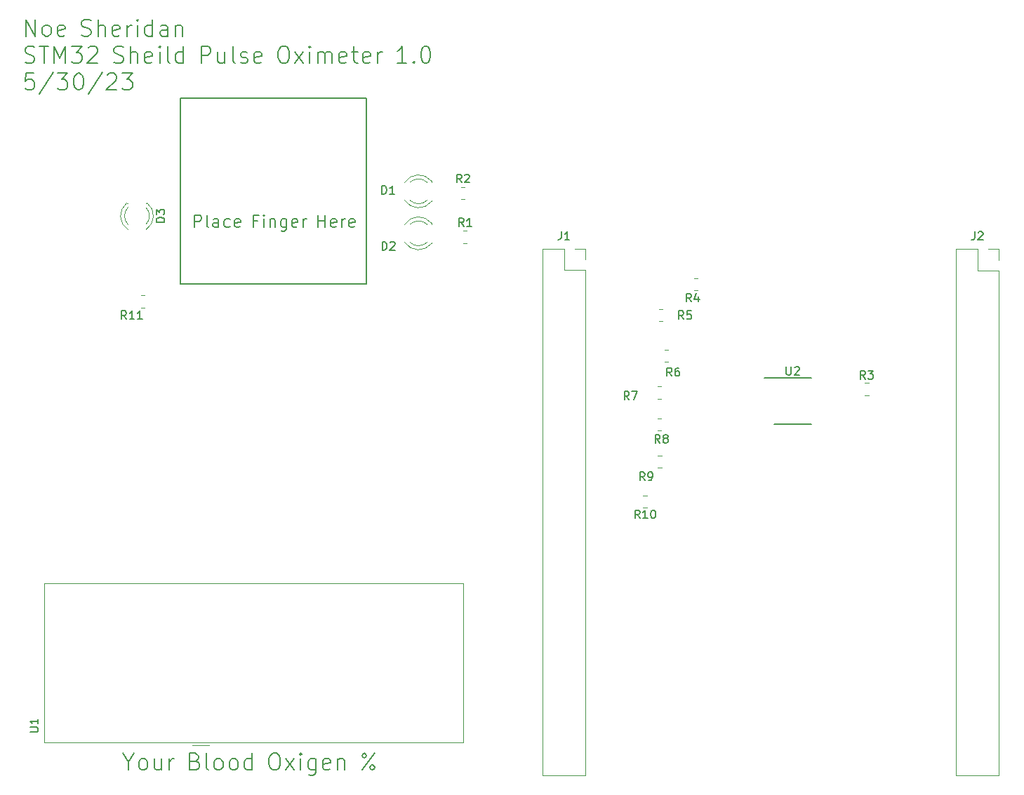
<source format=gbr>
%TF.GenerationSoftware,KiCad,Pcbnew,(7.0.0)*%
%TF.CreationDate,2023-05-31T00:06:15-06:00*%
%TF.ProjectId,Oximeter,4f78696d-6574-4657-922e-6b696361645f,rev?*%
%TF.SameCoordinates,Original*%
%TF.FileFunction,Legend,Top*%
%TF.FilePolarity,Positive*%
%FSLAX46Y46*%
G04 Gerber Fmt 4.6, Leading zero omitted, Abs format (unit mm)*
G04 Created by KiCad (PCBNEW (7.0.0)) date 2023-05-31 00:06:15*
%MOMM*%
%LPD*%
G01*
G04 APERTURE LIST*
%ADD10C,0.150000*%
%ADD11C,0.120000*%
G04 APERTURE END LIST*
D10*
X150282142Y-134637380D02*
X150282142Y-135589761D01*
X149615476Y-133589761D02*
X150282142Y-134637380D01*
X150282142Y-134637380D02*
X150948809Y-133589761D01*
X151901190Y-135589761D02*
X151710714Y-135494523D01*
X151710714Y-135494523D02*
X151615476Y-135399285D01*
X151615476Y-135399285D02*
X151520238Y-135208809D01*
X151520238Y-135208809D02*
X151520238Y-134637380D01*
X151520238Y-134637380D02*
X151615476Y-134446904D01*
X151615476Y-134446904D02*
X151710714Y-134351666D01*
X151710714Y-134351666D02*
X151901190Y-134256428D01*
X151901190Y-134256428D02*
X152186905Y-134256428D01*
X152186905Y-134256428D02*
X152377381Y-134351666D01*
X152377381Y-134351666D02*
X152472619Y-134446904D01*
X152472619Y-134446904D02*
X152567857Y-134637380D01*
X152567857Y-134637380D02*
X152567857Y-135208809D01*
X152567857Y-135208809D02*
X152472619Y-135399285D01*
X152472619Y-135399285D02*
X152377381Y-135494523D01*
X152377381Y-135494523D02*
X152186905Y-135589761D01*
X152186905Y-135589761D02*
X151901190Y-135589761D01*
X154282143Y-134256428D02*
X154282143Y-135589761D01*
X153425000Y-134256428D02*
X153425000Y-135304047D01*
X153425000Y-135304047D02*
X153520238Y-135494523D01*
X153520238Y-135494523D02*
X153710714Y-135589761D01*
X153710714Y-135589761D02*
X153996429Y-135589761D01*
X153996429Y-135589761D02*
X154186905Y-135494523D01*
X154186905Y-135494523D02*
X154282143Y-135399285D01*
X155234524Y-135589761D02*
X155234524Y-134256428D01*
X155234524Y-134637380D02*
X155329762Y-134446904D01*
X155329762Y-134446904D02*
X155425000Y-134351666D01*
X155425000Y-134351666D02*
X155615476Y-134256428D01*
X155615476Y-134256428D02*
X155805953Y-134256428D01*
X158339286Y-134542142D02*
X158625000Y-134637380D01*
X158625000Y-134637380D02*
X158720238Y-134732619D01*
X158720238Y-134732619D02*
X158815476Y-134923095D01*
X158815476Y-134923095D02*
X158815476Y-135208809D01*
X158815476Y-135208809D02*
X158720238Y-135399285D01*
X158720238Y-135399285D02*
X158625000Y-135494523D01*
X158625000Y-135494523D02*
X158434524Y-135589761D01*
X158434524Y-135589761D02*
X157672619Y-135589761D01*
X157672619Y-135589761D02*
X157672619Y-133589761D01*
X157672619Y-133589761D02*
X158339286Y-133589761D01*
X158339286Y-133589761D02*
X158529762Y-133685000D01*
X158529762Y-133685000D02*
X158625000Y-133780238D01*
X158625000Y-133780238D02*
X158720238Y-133970714D01*
X158720238Y-133970714D02*
X158720238Y-134161190D01*
X158720238Y-134161190D02*
X158625000Y-134351666D01*
X158625000Y-134351666D02*
X158529762Y-134446904D01*
X158529762Y-134446904D02*
X158339286Y-134542142D01*
X158339286Y-134542142D02*
X157672619Y-134542142D01*
X159958333Y-135589761D02*
X159767857Y-135494523D01*
X159767857Y-135494523D02*
X159672619Y-135304047D01*
X159672619Y-135304047D02*
X159672619Y-133589761D01*
X161005952Y-135589761D02*
X160815476Y-135494523D01*
X160815476Y-135494523D02*
X160720238Y-135399285D01*
X160720238Y-135399285D02*
X160625000Y-135208809D01*
X160625000Y-135208809D02*
X160625000Y-134637380D01*
X160625000Y-134637380D02*
X160720238Y-134446904D01*
X160720238Y-134446904D02*
X160815476Y-134351666D01*
X160815476Y-134351666D02*
X161005952Y-134256428D01*
X161005952Y-134256428D02*
X161291667Y-134256428D01*
X161291667Y-134256428D02*
X161482143Y-134351666D01*
X161482143Y-134351666D02*
X161577381Y-134446904D01*
X161577381Y-134446904D02*
X161672619Y-134637380D01*
X161672619Y-134637380D02*
X161672619Y-135208809D01*
X161672619Y-135208809D02*
X161577381Y-135399285D01*
X161577381Y-135399285D02*
X161482143Y-135494523D01*
X161482143Y-135494523D02*
X161291667Y-135589761D01*
X161291667Y-135589761D02*
X161005952Y-135589761D01*
X162815476Y-135589761D02*
X162625000Y-135494523D01*
X162625000Y-135494523D02*
X162529762Y-135399285D01*
X162529762Y-135399285D02*
X162434524Y-135208809D01*
X162434524Y-135208809D02*
X162434524Y-134637380D01*
X162434524Y-134637380D02*
X162529762Y-134446904D01*
X162529762Y-134446904D02*
X162625000Y-134351666D01*
X162625000Y-134351666D02*
X162815476Y-134256428D01*
X162815476Y-134256428D02*
X163101191Y-134256428D01*
X163101191Y-134256428D02*
X163291667Y-134351666D01*
X163291667Y-134351666D02*
X163386905Y-134446904D01*
X163386905Y-134446904D02*
X163482143Y-134637380D01*
X163482143Y-134637380D02*
X163482143Y-135208809D01*
X163482143Y-135208809D02*
X163386905Y-135399285D01*
X163386905Y-135399285D02*
X163291667Y-135494523D01*
X163291667Y-135494523D02*
X163101191Y-135589761D01*
X163101191Y-135589761D02*
X162815476Y-135589761D01*
X165196429Y-135589761D02*
X165196429Y-133589761D01*
X165196429Y-135494523D02*
X165005953Y-135589761D01*
X165005953Y-135589761D02*
X164625000Y-135589761D01*
X164625000Y-135589761D02*
X164434524Y-135494523D01*
X164434524Y-135494523D02*
X164339286Y-135399285D01*
X164339286Y-135399285D02*
X164244048Y-135208809D01*
X164244048Y-135208809D02*
X164244048Y-134637380D01*
X164244048Y-134637380D02*
X164339286Y-134446904D01*
X164339286Y-134446904D02*
X164434524Y-134351666D01*
X164434524Y-134351666D02*
X164625000Y-134256428D01*
X164625000Y-134256428D02*
X165005953Y-134256428D01*
X165005953Y-134256428D02*
X165196429Y-134351666D01*
X167729762Y-133589761D02*
X168110715Y-133589761D01*
X168110715Y-133589761D02*
X168301191Y-133685000D01*
X168301191Y-133685000D02*
X168491667Y-133875476D01*
X168491667Y-133875476D02*
X168586905Y-134256428D01*
X168586905Y-134256428D02*
X168586905Y-134923095D01*
X168586905Y-134923095D02*
X168491667Y-135304047D01*
X168491667Y-135304047D02*
X168301191Y-135494523D01*
X168301191Y-135494523D02*
X168110715Y-135589761D01*
X168110715Y-135589761D02*
X167729762Y-135589761D01*
X167729762Y-135589761D02*
X167539286Y-135494523D01*
X167539286Y-135494523D02*
X167348810Y-135304047D01*
X167348810Y-135304047D02*
X167253572Y-134923095D01*
X167253572Y-134923095D02*
X167253572Y-134256428D01*
X167253572Y-134256428D02*
X167348810Y-133875476D01*
X167348810Y-133875476D02*
X167539286Y-133685000D01*
X167539286Y-133685000D02*
X167729762Y-133589761D01*
X169253572Y-135589761D02*
X170301191Y-134256428D01*
X169253572Y-134256428D02*
X170301191Y-135589761D01*
X171063096Y-135589761D02*
X171063096Y-134256428D01*
X171063096Y-133589761D02*
X170967858Y-133685000D01*
X170967858Y-133685000D02*
X171063096Y-133780238D01*
X171063096Y-133780238D02*
X171158334Y-133685000D01*
X171158334Y-133685000D02*
X171063096Y-133589761D01*
X171063096Y-133589761D02*
X171063096Y-133780238D01*
X172872620Y-134256428D02*
X172872620Y-135875476D01*
X172872620Y-135875476D02*
X172777382Y-136065952D01*
X172777382Y-136065952D02*
X172682144Y-136161190D01*
X172682144Y-136161190D02*
X172491667Y-136256428D01*
X172491667Y-136256428D02*
X172205953Y-136256428D01*
X172205953Y-136256428D02*
X172015477Y-136161190D01*
X172872620Y-135494523D02*
X172682144Y-135589761D01*
X172682144Y-135589761D02*
X172301191Y-135589761D01*
X172301191Y-135589761D02*
X172110715Y-135494523D01*
X172110715Y-135494523D02*
X172015477Y-135399285D01*
X172015477Y-135399285D02*
X171920239Y-135208809D01*
X171920239Y-135208809D02*
X171920239Y-134637380D01*
X171920239Y-134637380D02*
X172015477Y-134446904D01*
X172015477Y-134446904D02*
X172110715Y-134351666D01*
X172110715Y-134351666D02*
X172301191Y-134256428D01*
X172301191Y-134256428D02*
X172682144Y-134256428D01*
X172682144Y-134256428D02*
X172872620Y-134351666D01*
X174586906Y-135494523D02*
X174396430Y-135589761D01*
X174396430Y-135589761D02*
X174015477Y-135589761D01*
X174015477Y-135589761D02*
X173825001Y-135494523D01*
X173825001Y-135494523D02*
X173729763Y-135304047D01*
X173729763Y-135304047D02*
X173729763Y-134542142D01*
X173729763Y-134542142D02*
X173825001Y-134351666D01*
X173825001Y-134351666D02*
X174015477Y-134256428D01*
X174015477Y-134256428D02*
X174396430Y-134256428D01*
X174396430Y-134256428D02*
X174586906Y-134351666D01*
X174586906Y-134351666D02*
X174682144Y-134542142D01*
X174682144Y-134542142D02*
X174682144Y-134732619D01*
X174682144Y-134732619D02*
X173729763Y-134923095D01*
X175539287Y-134256428D02*
X175539287Y-135589761D01*
X175539287Y-134446904D02*
X175634525Y-134351666D01*
X175634525Y-134351666D02*
X175825001Y-134256428D01*
X175825001Y-134256428D02*
X176110716Y-134256428D01*
X176110716Y-134256428D02*
X176301192Y-134351666D01*
X176301192Y-134351666D02*
X176396430Y-134542142D01*
X176396430Y-134542142D02*
X176396430Y-135589761D01*
X178453573Y-135589761D02*
X179977382Y-133589761D01*
X178739287Y-133589761D02*
X178929763Y-133685000D01*
X178929763Y-133685000D02*
X179025001Y-133875476D01*
X179025001Y-133875476D02*
X178929763Y-134065952D01*
X178929763Y-134065952D02*
X178739287Y-134161190D01*
X178739287Y-134161190D02*
X178548811Y-134065952D01*
X178548811Y-134065952D02*
X178453573Y-133875476D01*
X178453573Y-133875476D02*
X178548811Y-133685000D01*
X178548811Y-133685000D02*
X178739287Y-133589761D01*
X179882144Y-135494523D02*
X179977382Y-135304047D01*
X179977382Y-135304047D02*
X179882144Y-135113571D01*
X179882144Y-135113571D02*
X179691668Y-135018333D01*
X179691668Y-135018333D02*
X179501192Y-135113571D01*
X179501192Y-135113571D02*
X179405954Y-135304047D01*
X179405954Y-135304047D02*
X179501192Y-135494523D01*
X179501192Y-135494523D02*
X179691668Y-135589761D01*
X179691668Y-135589761D02*
X179882144Y-135494523D01*
X137901190Y-46984761D02*
X137901190Y-44984761D01*
X137901190Y-44984761D02*
X139044047Y-46984761D01*
X139044047Y-46984761D02*
X139044047Y-44984761D01*
X140282142Y-46984761D02*
X140091666Y-46889523D01*
X140091666Y-46889523D02*
X139996428Y-46794285D01*
X139996428Y-46794285D02*
X139901190Y-46603809D01*
X139901190Y-46603809D02*
X139901190Y-46032380D01*
X139901190Y-46032380D02*
X139996428Y-45841904D01*
X139996428Y-45841904D02*
X140091666Y-45746666D01*
X140091666Y-45746666D02*
X140282142Y-45651428D01*
X140282142Y-45651428D02*
X140567857Y-45651428D01*
X140567857Y-45651428D02*
X140758333Y-45746666D01*
X140758333Y-45746666D02*
X140853571Y-45841904D01*
X140853571Y-45841904D02*
X140948809Y-46032380D01*
X140948809Y-46032380D02*
X140948809Y-46603809D01*
X140948809Y-46603809D02*
X140853571Y-46794285D01*
X140853571Y-46794285D02*
X140758333Y-46889523D01*
X140758333Y-46889523D02*
X140567857Y-46984761D01*
X140567857Y-46984761D02*
X140282142Y-46984761D01*
X142567857Y-46889523D02*
X142377381Y-46984761D01*
X142377381Y-46984761D02*
X141996428Y-46984761D01*
X141996428Y-46984761D02*
X141805952Y-46889523D01*
X141805952Y-46889523D02*
X141710714Y-46699047D01*
X141710714Y-46699047D02*
X141710714Y-45937142D01*
X141710714Y-45937142D02*
X141805952Y-45746666D01*
X141805952Y-45746666D02*
X141996428Y-45651428D01*
X141996428Y-45651428D02*
X142377381Y-45651428D01*
X142377381Y-45651428D02*
X142567857Y-45746666D01*
X142567857Y-45746666D02*
X142663095Y-45937142D01*
X142663095Y-45937142D02*
X142663095Y-46127619D01*
X142663095Y-46127619D02*
X141710714Y-46318095D01*
X144625000Y-46889523D02*
X144910714Y-46984761D01*
X144910714Y-46984761D02*
X145386905Y-46984761D01*
X145386905Y-46984761D02*
X145577381Y-46889523D01*
X145577381Y-46889523D02*
X145672619Y-46794285D01*
X145672619Y-46794285D02*
X145767857Y-46603809D01*
X145767857Y-46603809D02*
X145767857Y-46413333D01*
X145767857Y-46413333D02*
X145672619Y-46222857D01*
X145672619Y-46222857D02*
X145577381Y-46127619D01*
X145577381Y-46127619D02*
X145386905Y-46032380D01*
X145386905Y-46032380D02*
X145005952Y-45937142D01*
X145005952Y-45937142D02*
X144815476Y-45841904D01*
X144815476Y-45841904D02*
X144720238Y-45746666D01*
X144720238Y-45746666D02*
X144625000Y-45556190D01*
X144625000Y-45556190D02*
X144625000Y-45365714D01*
X144625000Y-45365714D02*
X144720238Y-45175238D01*
X144720238Y-45175238D02*
X144815476Y-45080000D01*
X144815476Y-45080000D02*
X145005952Y-44984761D01*
X145005952Y-44984761D02*
X145482143Y-44984761D01*
X145482143Y-44984761D02*
X145767857Y-45080000D01*
X146625000Y-46984761D02*
X146625000Y-44984761D01*
X147482143Y-46984761D02*
X147482143Y-45937142D01*
X147482143Y-45937142D02*
X147386905Y-45746666D01*
X147386905Y-45746666D02*
X147196429Y-45651428D01*
X147196429Y-45651428D02*
X146910714Y-45651428D01*
X146910714Y-45651428D02*
X146720238Y-45746666D01*
X146720238Y-45746666D02*
X146625000Y-45841904D01*
X149196429Y-46889523D02*
X149005953Y-46984761D01*
X149005953Y-46984761D02*
X148625000Y-46984761D01*
X148625000Y-46984761D02*
X148434524Y-46889523D01*
X148434524Y-46889523D02*
X148339286Y-46699047D01*
X148339286Y-46699047D02*
X148339286Y-45937142D01*
X148339286Y-45937142D02*
X148434524Y-45746666D01*
X148434524Y-45746666D02*
X148625000Y-45651428D01*
X148625000Y-45651428D02*
X149005953Y-45651428D01*
X149005953Y-45651428D02*
X149196429Y-45746666D01*
X149196429Y-45746666D02*
X149291667Y-45937142D01*
X149291667Y-45937142D02*
X149291667Y-46127619D01*
X149291667Y-46127619D02*
X148339286Y-46318095D01*
X150148810Y-46984761D02*
X150148810Y-45651428D01*
X150148810Y-46032380D02*
X150244048Y-45841904D01*
X150244048Y-45841904D02*
X150339286Y-45746666D01*
X150339286Y-45746666D02*
X150529762Y-45651428D01*
X150529762Y-45651428D02*
X150720239Y-45651428D01*
X151386905Y-46984761D02*
X151386905Y-45651428D01*
X151386905Y-44984761D02*
X151291667Y-45080000D01*
X151291667Y-45080000D02*
X151386905Y-45175238D01*
X151386905Y-45175238D02*
X151482143Y-45080000D01*
X151482143Y-45080000D02*
X151386905Y-44984761D01*
X151386905Y-44984761D02*
X151386905Y-45175238D01*
X153196429Y-46984761D02*
X153196429Y-44984761D01*
X153196429Y-46889523D02*
X153005953Y-46984761D01*
X153005953Y-46984761D02*
X152625000Y-46984761D01*
X152625000Y-46984761D02*
X152434524Y-46889523D01*
X152434524Y-46889523D02*
X152339286Y-46794285D01*
X152339286Y-46794285D02*
X152244048Y-46603809D01*
X152244048Y-46603809D02*
X152244048Y-46032380D01*
X152244048Y-46032380D02*
X152339286Y-45841904D01*
X152339286Y-45841904D02*
X152434524Y-45746666D01*
X152434524Y-45746666D02*
X152625000Y-45651428D01*
X152625000Y-45651428D02*
X153005953Y-45651428D01*
X153005953Y-45651428D02*
X153196429Y-45746666D01*
X155005953Y-46984761D02*
X155005953Y-45937142D01*
X155005953Y-45937142D02*
X154910715Y-45746666D01*
X154910715Y-45746666D02*
X154720239Y-45651428D01*
X154720239Y-45651428D02*
X154339286Y-45651428D01*
X154339286Y-45651428D02*
X154148810Y-45746666D01*
X155005953Y-46889523D02*
X154815477Y-46984761D01*
X154815477Y-46984761D02*
X154339286Y-46984761D01*
X154339286Y-46984761D02*
X154148810Y-46889523D01*
X154148810Y-46889523D02*
X154053572Y-46699047D01*
X154053572Y-46699047D02*
X154053572Y-46508571D01*
X154053572Y-46508571D02*
X154148810Y-46318095D01*
X154148810Y-46318095D02*
X154339286Y-46222857D01*
X154339286Y-46222857D02*
X154815477Y-46222857D01*
X154815477Y-46222857D02*
X155005953Y-46127619D01*
X155958334Y-45651428D02*
X155958334Y-46984761D01*
X155958334Y-45841904D02*
X156053572Y-45746666D01*
X156053572Y-45746666D02*
X156244048Y-45651428D01*
X156244048Y-45651428D02*
X156529763Y-45651428D01*
X156529763Y-45651428D02*
X156720239Y-45746666D01*
X156720239Y-45746666D02*
X156815477Y-45937142D01*
X156815477Y-45937142D02*
X156815477Y-46984761D01*
X137805952Y-50129523D02*
X138091666Y-50224761D01*
X138091666Y-50224761D02*
X138567857Y-50224761D01*
X138567857Y-50224761D02*
X138758333Y-50129523D01*
X138758333Y-50129523D02*
X138853571Y-50034285D01*
X138853571Y-50034285D02*
X138948809Y-49843809D01*
X138948809Y-49843809D02*
X138948809Y-49653333D01*
X138948809Y-49653333D02*
X138853571Y-49462857D01*
X138853571Y-49462857D02*
X138758333Y-49367619D01*
X138758333Y-49367619D02*
X138567857Y-49272380D01*
X138567857Y-49272380D02*
X138186904Y-49177142D01*
X138186904Y-49177142D02*
X137996428Y-49081904D01*
X137996428Y-49081904D02*
X137901190Y-48986666D01*
X137901190Y-48986666D02*
X137805952Y-48796190D01*
X137805952Y-48796190D02*
X137805952Y-48605714D01*
X137805952Y-48605714D02*
X137901190Y-48415238D01*
X137901190Y-48415238D02*
X137996428Y-48320000D01*
X137996428Y-48320000D02*
X138186904Y-48224761D01*
X138186904Y-48224761D02*
X138663095Y-48224761D01*
X138663095Y-48224761D02*
X138948809Y-48320000D01*
X139520238Y-48224761D02*
X140663095Y-48224761D01*
X140091666Y-50224761D02*
X140091666Y-48224761D01*
X141329762Y-50224761D02*
X141329762Y-48224761D01*
X141329762Y-48224761D02*
X141996429Y-49653333D01*
X141996429Y-49653333D02*
X142663095Y-48224761D01*
X142663095Y-48224761D02*
X142663095Y-50224761D01*
X143425000Y-48224761D02*
X144663095Y-48224761D01*
X144663095Y-48224761D02*
X143996428Y-48986666D01*
X143996428Y-48986666D02*
X144282143Y-48986666D01*
X144282143Y-48986666D02*
X144472619Y-49081904D01*
X144472619Y-49081904D02*
X144567857Y-49177142D01*
X144567857Y-49177142D02*
X144663095Y-49367619D01*
X144663095Y-49367619D02*
X144663095Y-49843809D01*
X144663095Y-49843809D02*
X144567857Y-50034285D01*
X144567857Y-50034285D02*
X144472619Y-50129523D01*
X144472619Y-50129523D02*
X144282143Y-50224761D01*
X144282143Y-50224761D02*
X143710714Y-50224761D01*
X143710714Y-50224761D02*
X143520238Y-50129523D01*
X143520238Y-50129523D02*
X143425000Y-50034285D01*
X145425000Y-48415238D02*
X145520238Y-48320000D01*
X145520238Y-48320000D02*
X145710714Y-48224761D01*
X145710714Y-48224761D02*
X146186905Y-48224761D01*
X146186905Y-48224761D02*
X146377381Y-48320000D01*
X146377381Y-48320000D02*
X146472619Y-48415238D01*
X146472619Y-48415238D02*
X146567857Y-48605714D01*
X146567857Y-48605714D02*
X146567857Y-48796190D01*
X146567857Y-48796190D02*
X146472619Y-49081904D01*
X146472619Y-49081904D02*
X145329762Y-50224761D01*
X145329762Y-50224761D02*
X146567857Y-50224761D01*
X148529762Y-50129523D02*
X148815476Y-50224761D01*
X148815476Y-50224761D02*
X149291667Y-50224761D01*
X149291667Y-50224761D02*
X149482143Y-50129523D01*
X149482143Y-50129523D02*
X149577381Y-50034285D01*
X149577381Y-50034285D02*
X149672619Y-49843809D01*
X149672619Y-49843809D02*
X149672619Y-49653333D01*
X149672619Y-49653333D02*
X149577381Y-49462857D01*
X149577381Y-49462857D02*
X149482143Y-49367619D01*
X149482143Y-49367619D02*
X149291667Y-49272380D01*
X149291667Y-49272380D02*
X148910714Y-49177142D01*
X148910714Y-49177142D02*
X148720238Y-49081904D01*
X148720238Y-49081904D02*
X148625000Y-48986666D01*
X148625000Y-48986666D02*
X148529762Y-48796190D01*
X148529762Y-48796190D02*
X148529762Y-48605714D01*
X148529762Y-48605714D02*
X148625000Y-48415238D01*
X148625000Y-48415238D02*
X148720238Y-48320000D01*
X148720238Y-48320000D02*
X148910714Y-48224761D01*
X148910714Y-48224761D02*
X149386905Y-48224761D01*
X149386905Y-48224761D02*
X149672619Y-48320000D01*
X150529762Y-50224761D02*
X150529762Y-48224761D01*
X151386905Y-50224761D02*
X151386905Y-49177142D01*
X151386905Y-49177142D02*
X151291667Y-48986666D01*
X151291667Y-48986666D02*
X151101191Y-48891428D01*
X151101191Y-48891428D02*
X150815476Y-48891428D01*
X150815476Y-48891428D02*
X150625000Y-48986666D01*
X150625000Y-48986666D02*
X150529762Y-49081904D01*
X153101191Y-50129523D02*
X152910715Y-50224761D01*
X152910715Y-50224761D02*
X152529762Y-50224761D01*
X152529762Y-50224761D02*
X152339286Y-50129523D01*
X152339286Y-50129523D02*
X152244048Y-49939047D01*
X152244048Y-49939047D02*
X152244048Y-49177142D01*
X152244048Y-49177142D02*
X152339286Y-48986666D01*
X152339286Y-48986666D02*
X152529762Y-48891428D01*
X152529762Y-48891428D02*
X152910715Y-48891428D01*
X152910715Y-48891428D02*
X153101191Y-48986666D01*
X153101191Y-48986666D02*
X153196429Y-49177142D01*
X153196429Y-49177142D02*
X153196429Y-49367619D01*
X153196429Y-49367619D02*
X152244048Y-49558095D01*
X154053572Y-50224761D02*
X154053572Y-48891428D01*
X154053572Y-48224761D02*
X153958334Y-48320000D01*
X153958334Y-48320000D02*
X154053572Y-48415238D01*
X154053572Y-48415238D02*
X154148810Y-48320000D01*
X154148810Y-48320000D02*
X154053572Y-48224761D01*
X154053572Y-48224761D02*
X154053572Y-48415238D01*
X155291667Y-50224761D02*
X155101191Y-50129523D01*
X155101191Y-50129523D02*
X155005953Y-49939047D01*
X155005953Y-49939047D02*
X155005953Y-48224761D01*
X156910715Y-50224761D02*
X156910715Y-48224761D01*
X156910715Y-50129523D02*
X156720239Y-50224761D01*
X156720239Y-50224761D02*
X156339286Y-50224761D01*
X156339286Y-50224761D02*
X156148810Y-50129523D01*
X156148810Y-50129523D02*
X156053572Y-50034285D01*
X156053572Y-50034285D02*
X155958334Y-49843809D01*
X155958334Y-49843809D02*
X155958334Y-49272380D01*
X155958334Y-49272380D02*
X156053572Y-49081904D01*
X156053572Y-49081904D02*
X156148810Y-48986666D01*
X156148810Y-48986666D02*
X156339286Y-48891428D01*
X156339286Y-48891428D02*
X156720239Y-48891428D01*
X156720239Y-48891428D02*
X156910715Y-48986666D01*
X159063096Y-50224761D02*
X159063096Y-48224761D01*
X159063096Y-48224761D02*
X159825001Y-48224761D01*
X159825001Y-48224761D02*
X160015477Y-48320000D01*
X160015477Y-48320000D02*
X160110715Y-48415238D01*
X160110715Y-48415238D02*
X160205953Y-48605714D01*
X160205953Y-48605714D02*
X160205953Y-48891428D01*
X160205953Y-48891428D02*
X160110715Y-49081904D01*
X160110715Y-49081904D02*
X160015477Y-49177142D01*
X160015477Y-49177142D02*
X159825001Y-49272380D01*
X159825001Y-49272380D02*
X159063096Y-49272380D01*
X161920239Y-48891428D02*
X161920239Y-50224761D01*
X161063096Y-48891428D02*
X161063096Y-49939047D01*
X161063096Y-49939047D02*
X161158334Y-50129523D01*
X161158334Y-50129523D02*
X161348810Y-50224761D01*
X161348810Y-50224761D02*
X161634525Y-50224761D01*
X161634525Y-50224761D02*
X161825001Y-50129523D01*
X161825001Y-50129523D02*
X161920239Y-50034285D01*
X163158334Y-50224761D02*
X162967858Y-50129523D01*
X162967858Y-50129523D02*
X162872620Y-49939047D01*
X162872620Y-49939047D02*
X162872620Y-48224761D01*
X163825001Y-50129523D02*
X164015477Y-50224761D01*
X164015477Y-50224761D02*
X164396429Y-50224761D01*
X164396429Y-50224761D02*
X164586906Y-50129523D01*
X164586906Y-50129523D02*
X164682144Y-49939047D01*
X164682144Y-49939047D02*
X164682144Y-49843809D01*
X164682144Y-49843809D02*
X164586906Y-49653333D01*
X164586906Y-49653333D02*
X164396429Y-49558095D01*
X164396429Y-49558095D02*
X164110715Y-49558095D01*
X164110715Y-49558095D02*
X163920239Y-49462857D01*
X163920239Y-49462857D02*
X163825001Y-49272380D01*
X163825001Y-49272380D02*
X163825001Y-49177142D01*
X163825001Y-49177142D02*
X163920239Y-48986666D01*
X163920239Y-48986666D02*
X164110715Y-48891428D01*
X164110715Y-48891428D02*
X164396429Y-48891428D01*
X164396429Y-48891428D02*
X164586906Y-48986666D01*
X166301192Y-50129523D02*
X166110716Y-50224761D01*
X166110716Y-50224761D02*
X165729763Y-50224761D01*
X165729763Y-50224761D02*
X165539287Y-50129523D01*
X165539287Y-50129523D02*
X165444049Y-49939047D01*
X165444049Y-49939047D02*
X165444049Y-49177142D01*
X165444049Y-49177142D02*
X165539287Y-48986666D01*
X165539287Y-48986666D02*
X165729763Y-48891428D01*
X165729763Y-48891428D02*
X166110716Y-48891428D01*
X166110716Y-48891428D02*
X166301192Y-48986666D01*
X166301192Y-48986666D02*
X166396430Y-49177142D01*
X166396430Y-49177142D02*
X166396430Y-49367619D01*
X166396430Y-49367619D02*
X165444049Y-49558095D01*
X168834525Y-48224761D02*
X169215478Y-48224761D01*
X169215478Y-48224761D02*
X169405954Y-48320000D01*
X169405954Y-48320000D02*
X169596430Y-48510476D01*
X169596430Y-48510476D02*
X169691668Y-48891428D01*
X169691668Y-48891428D02*
X169691668Y-49558095D01*
X169691668Y-49558095D02*
X169596430Y-49939047D01*
X169596430Y-49939047D02*
X169405954Y-50129523D01*
X169405954Y-50129523D02*
X169215478Y-50224761D01*
X169215478Y-50224761D02*
X168834525Y-50224761D01*
X168834525Y-50224761D02*
X168644049Y-50129523D01*
X168644049Y-50129523D02*
X168453573Y-49939047D01*
X168453573Y-49939047D02*
X168358335Y-49558095D01*
X168358335Y-49558095D02*
X168358335Y-48891428D01*
X168358335Y-48891428D02*
X168453573Y-48510476D01*
X168453573Y-48510476D02*
X168644049Y-48320000D01*
X168644049Y-48320000D02*
X168834525Y-48224761D01*
X170358335Y-50224761D02*
X171405954Y-48891428D01*
X170358335Y-48891428D02*
X171405954Y-50224761D01*
X172167859Y-50224761D02*
X172167859Y-48891428D01*
X172167859Y-48224761D02*
X172072621Y-48320000D01*
X172072621Y-48320000D02*
X172167859Y-48415238D01*
X172167859Y-48415238D02*
X172263097Y-48320000D01*
X172263097Y-48320000D02*
X172167859Y-48224761D01*
X172167859Y-48224761D02*
X172167859Y-48415238D01*
X173120240Y-50224761D02*
X173120240Y-48891428D01*
X173120240Y-49081904D02*
X173215478Y-48986666D01*
X173215478Y-48986666D02*
X173405954Y-48891428D01*
X173405954Y-48891428D02*
X173691669Y-48891428D01*
X173691669Y-48891428D02*
X173882145Y-48986666D01*
X173882145Y-48986666D02*
X173977383Y-49177142D01*
X173977383Y-49177142D02*
X173977383Y-50224761D01*
X173977383Y-49177142D02*
X174072621Y-48986666D01*
X174072621Y-48986666D02*
X174263097Y-48891428D01*
X174263097Y-48891428D02*
X174548811Y-48891428D01*
X174548811Y-48891428D02*
X174739288Y-48986666D01*
X174739288Y-48986666D02*
X174834526Y-49177142D01*
X174834526Y-49177142D02*
X174834526Y-50224761D01*
X176548812Y-50129523D02*
X176358336Y-50224761D01*
X176358336Y-50224761D02*
X175977383Y-50224761D01*
X175977383Y-50224761D02*
X175786907Y-50129523D01*
X175786907Y-50129523D02*
X175691669Y-49939047D01*
X175691669Y-49939047D02*
X175691669Y-49177142D01*
X175691669Y-49177142D02*
X175786907Y-48986666D01*
X175786907Y-48986666D02*
X175977383Y-48891428D01*
X175977383Y-48891428D02*
X176358336Y-48891428D01*
X176358336Y-48891428D02*
X176548812Y-48986666D01*
X176548812Y-48986666D02*
X176644050Y-49177142D01*
X176644050Y-49177142D02*
X176644050Y-49367619D01*
X176644050Y-49367619D02*
X175691669Y-49558095D01*
X177215479Y-48891428D02*
X177977383Y-48891428D01*
X177501193Y-48224761D02*
X177501193Y-49939047D01*
X177501193Y-49939047D02*
X177596431Y-50129523D01*
X177596431Y-50129523D02*
X177786907Y-50224761D01*
X177786907Y-50224761D02*
X177977383Y-50224761D01*
X179405955Y-50129523D02*
X179215479Y-50224761D01*
X179215479Y-50224761D02*
X178834526Y-50224761D01*
X178834526Y-50224761D02*
X178644050Y-50129523D01*
X178644050Y-50129523D02*
X178548812Y-49939047D01*
X178548812Y-49939047D02*
X178548812Y-49177142D01*
X178548812Y-49177142D02*
X178644050Y-48986666D01*
X178644050Y-48986666D02*
X178834526Y-48891428D01*
X178834526Y-48891428D02*
X179215479Y-48891428D01*
X179215479Y-48891428D02*
X179405955Y-48986666D01*
X179405955Y-48986666D02*
X179501193Y-49177142D01*
X179501193Y-49177142D02*
X179501193Y-49367619D01*
X179501193Y-49367619D02*
X178548812Y-49558095D01*
X180358336Y-50224761D02*
X180358336Y-48891428D01*
X180358336Y-49272380D02*
X180453574Y-49081904D01*
X180453574Y-49081904D02*
X180548812Y-48986666D01*
X180548812Y-48986666D02*
X180739288Y-48891428D01*
X180739288Y-48891428D02*
X180929765Y-48891428D01*
X183844050Y-50224761D02*
X182701193Y-50224761D01*
X183272621Y-50224761D02*
X183272621Y-48224761D01*
X183272621Y-48224761D02*
X183082145Y-48510476D01*
X183082145Y-48510476D02*
X182891669Y-48700952D01*
X182891669Y-48700952D02*
X182701193Y-48796190D01*
X184701193Y-50034285D02*
X184796431Y-50129523D01*
X184796431Y-50129523D02*
X184701193Y-50224761D01*
X184701193Y-50224761D02*
X184605955Y-50129523D01*
X184605955Y-50129523D02*
X184701193Y-50034285D01*
X184701193Y-50034285D02*
X184701193Y-50224761D01*
X186034526Y-48224761D02*
X186225003Y-48224761D01*
X186225003Y-48224761D02*
X186415479Y-48320000D01*
X186415479Y-48320000D02*
X186510717Y-48415238D01*
X186510717Y-48415238D02*
X186605955Y-48605714D01*
X186605955Y-48605714D02*
X186701193Y-48986666D01*
X186701193Y-48986666D02*
X186701193Y-49462857D01*
X186701193Y-49462857D02*
X186605955Y-49843809D01*
X186605955Y-49843809D02*
X186510717Y-50034285D01*
X186510717Y-50034285D02*
X186415479Y-50129523D01*
X186415479Y-50129523D02*
X186225003Y-50224761D01*
X186225003Y-50224761D02*
X186034526Y-50224761D01*
X186034526Y-50224761D02*
X185844050Y-50129523D01*
X185844050Y-50129523D02*
X185748812Y-50034285D01*
X185748812Y-50034285D02*
X185653574Y-49843809D01*
X185653574Y-49843809D02*
X185558336Y-49462857D01*
X185558336Y-49462857D02*
X185558336Y-48986666D01*
X185558336Y-48986666D02*
X185653574Y-48605714D01*
X185653574Y-48605714D02*
X185748812Y-48415238D01*
X185748812Y-48415238D02*
X185844050Y-48320000D01*
X185844050Y-48320000D02*
X186034526Y-48224761D01*
X138853571Y-51464761D02*
X137901190Y-51464761D01*
X137901190Y-51464761D02*
X137805952Y-52417142D01*
X137805952Y-52417142D02*
X137901190Y-52321904D01*
X137901190Y-52321904D02*
X138091666Y-52226666D01*
X138091666Y-52226666D02*
X138567857Y-52226666D01*
X138567857Y-52226666D02*
X138758333Y-52321904D01*
X138758333Y-52321904D02*
X138853571Y-52417142D01*
X138853571Y-52417142D02*
X138948809Y-52607619D01*
X138948809Y-52607619D02*
X138948809Y-53083809D01*
X138948809Y-53083809D02*
X138853571Y-53274285D01*
X138853571Y-53274285D02*
X138758333Y-53369523D01*
X138758333Y-53369523D02*
X138567857Y-53464761D01*
X138567857Y-53464761D02*
X138091666Y-53464761D01*
X138091666Y-53464761D02*
X137901190Y-53369523D01*
X137901190Y-53369523D02*
X137805952Y-53274285D01*
X141234523Y-51369523D02*
X139520238Y-53940952D01*
X141710714Y-51464761D02*
X142948809Y-51464761D01*
X142948809Y-51464761D02*
X142282142Y-52226666D01*
X142282142Y-52226666D02*
X142567857Y-52226666D01*
X142567857Y-52226666D02*
X142758333Y-52321904D01*
X142758333Y-52321904D02*
X142853571Y-52417142D01*
X142853571Y-52417142D02*
X142948809Y-52607619D01*
X142948809Y-52607619D02*
X142948809Y-53083809D01*
X142948809Y-53083809D02*
X142853571Y-53274285D01*
X142853571Y-53274285D02*
X142758333Y-53369523D01*
X142758333Y-53369523D02*
X142567857Y-53464761D01*
X142567857Y-53464761D02*
X141996428Y-53464761D01*
X141996428Y-53464761D02*
X141805952Y-53369523D01*
X141805952Y-53369523D02*
X141710714Y-53274285D01*
X144186904Y-51464761D02*
X144377381Y-51464761D01*
X144377381Y-51464761D02*
X144567857Y-51560000D01*
X144567857Y-51560000D02*
X144663095Y-51655238D01*
X144663095Y-51655238D02*
X144758333Y-51845714D01*
X144758333Y-51845714D02*
X144853571Y-52226666D01*
X144853571Y-52226666D02*
X144853571Y-52702857D01*
X144853571Y-52702857D02*
X144758333Y-53083809D01*
X144758333Y-53083809D02*
X144663095Y-53274285D01*
X144663095Y-53274285D02*
X144567857Y-53369523D01*
X144567857Y-53369523D02*
X144377381Y-53464761D01*
X144377381Y-53464761D02*
X144186904Y-53464761D01*
X144186904Y-53464761D02*
X143996428Y-53369523D01*
X143996428Y-53369523D02*
X143901190Y-53274285D01*
X143901190Y-53274285D02*
X143805952Y-53083809D01*
X143805952Y-53083809D02*
X143710714Y-52702857D01*
X143710714Y-52702857D02*
X143710714Y-52226666D01*
X143710714Y-52226666D02*
X143805952Y-51845714D01*
X143805952Y-51845714D02*
X143901190Y-51655238D01*
X143901190Y-51655238D02*
X143996428Y-51560000D01*
X143996428Y-51560000D02*
X144186904Y-51464761D01*
X147139285Y-51369523D02*
X145425000Y-53940952D01*
X147710714Y-51655238D02*
X147805952Y-51560000D01*
X147805952Y-51560000D02*
X147996428Y-51464761D01*
X147996428Y-51464761D02*
X148472619Y-51464761D01*
X148472619Y-51464761D02*
X148663095Y-51560000D01*
X148663095Y-51560000D02*
X148758333Y-51655238D01*
X148758333Y-51655238D02*
X148853571Y-51845714D01*
X148853571Y-51845714D02*
X148853571Y-52036190D01*
X148853571Y-52036190D02*
X148758333Y-52321904D01*
X148758333Y-52321904D02*
X147615476Y-53464761D01*
X147615476Y-53464761D02*
X148853571Y-53464761D01*
X149520238Y-51464761D02*
X150758333Y-51464761D01*
X150758333Y-51464761D02*
X150091666Y-52226666D01*
X150091666Y-52226666D02*
X150377381Y-52226666D01*
X150377381Y-52226666D02*
X150567857Y-52321904D01*
X150567857Y-52321904D02*
X150663095Y-52417142D01*
X150663095Y-52417142D02*
X150758333Y-52607619D01*
X150758333Y-52607619D02*
X150758333Y-53083809D01*
X150758333Y-53083809D02*
X150663095Y-53274285D01*
X150663095Y-53274285D02*
X150567857Y-53369523D01*
X150567857Y-53369523D02*
X150377381Y-53464761D01*
X150377381Y-53464761D02*
X149805952Y-53464761D01*
X149805952Y-53464761D02*
X149615476Y-53369523D01*
X149615476Y-53369523D02*
X149520238Y-53274285D01*
X156550000Y-54475000D02*
X179025000Y-54475000D01*
X179025000Y-54475000D02*
X179025000Y-76950000D01*
X179025000Y-76950000D02*
X156550000Y-76950000D01*
X156550000Y-76950000D02*
X156550000Y-54475000D01*
X158232142Y-70073571D02*
X158232142Y-68573571D01*
X158232142Y-68573571D02*
X158803571Y-68573571D01*
X158803571Y-68573571D02*
X158946428Y-68645000D01*
X158946428Y-68645000D02*
X159017857Y-68716428D01*
X159017857Y-68716428D02*
X159089285Y-68859285D01*
X159089285Y-68859285D02*
X159089285Y-69073571D01*
X159089285Y-69073571D02*
X159017857Y-69216428D01*
X159017857Y-69216428D02*
X158946428Y-69287857D01*
X158946428Y-69287857D02*
X158803571Y-69359285D01*
X158803571Y-69359285D02*
X158232142Y-69359285D01*
X159946428Y-70073571D02*
X159803571Y-70002142D01*
X159803571Y-70002142D02*
X159732142Y-69859285D01*
X159732142Y-69859285D02*
X159732142Y-68573571D01*
X161160714Y-70073571D02*
X161160714Y-69287857D01*
X161160714Y-69287857D02*
X161089285Y-69145000D01*
X161089285Y-69145000D02*
X160946428Y-69073571D01*
X160946428Y-69073571D02*
X160660714Y-69073571D01*
X160660714Y-69073571D02*
X160517856Y-69145000D01*
X161160714Y-70002142D02*
X161017856Y-70073571D01*
X161017856Y-70073571D02*
X160660714Y-70073571D01*
X160660714Y-70073571D02*
X160517856Y-70002142D01*
X160517856Y-70002142D02*
X160446428Y-69859285D01*
X160446428Y-69859285D02*
X160446428Y-69716428D01*
X160446428Y-69716428D02*
X160517856Y-69573571D01*
X160517856Y-69573571D02*
X160660714Y-69502142D01*
X160660714Y-69502142D02*
X161017856Y-69502142D01*
X161017856Y-69502142D02*
X161160714Y-69430714D01*
X162517857Y-70002142D02*
X162374999Y-70073571D01*
X162374999Y-70073571D02*
X162089285Y-70073571D01*
X162089285Y-70073571D02*
X161946428Y-70002142D01*
X161946428Y-70002142D02*
X161874999Y-69930714D01*
X161874999Y-69930714D02*
X161803571Y-69787857D01*
X161803571Y-69787857D02*
X161803571Y-69359285D01*
X161803571Y-69359285D02*
X161874999Y-69216428D01*
X161874999Y-69216428D02*
X161946428Y-69145000D01*
X161946428Y-69145000D02*
X162089285Y-69073571D01*
X162089285Y-69073571D02*
X162374999Y-69073571D01*
X162374999Y-69073571D02*
X162517857Y-69145000D01*
X163732142Y-70002142D02*
X163589285Y-70073571D01*
X163589285Y-70073571D02*
X163303571Y-70073571D01*
X163303571Y-70073571D02*
X163160713Y-70002142D01*
X163160713Y-70002142D02*
X163089285Y-69859285D01*
X163089285Y-69859285D02*
X163089285Y-69287857D01*
X163089285Y-69287857D02*
X163160713Y-69145000D01*
X163160713Y-69145000D02*
X163303571Y-69073571D01*
X163303571Y-69073571D02*
X163589285Y-69073571D01*
X163589285Y-69073571D02*
X163732142Y-69145000D01*
X163732142Y-69145000D02*
X163803571Y-69287857D01*
X163803571Y-69287857D02*
X163803571Y-69430714D01*
X163803571Y-69430714D02*
X163089285Y-69573571D01*
X165846427Y-69287857D02*
X165346427Y-69287857D01*
X165346427Y-70073571D02*
X165346427Y-68573571D01*
X165346427Y-68573571D02*
X166060713Y-68573571D01*
X166632141Y-70073571D02*
X166632141Y-69073571D01*
X166632141Y-68573571D02*
X166560713Y-68645000D01*
X166560713Y-68645000D02*
X166632141Y-68716428D01*
X166632141Y-68716428D02*
X166703570Y-68645000D01*
X166703570Y-68645000D02*
X166632141Y-68573571D01*
X166632141Y-68573571D02*
X166632141Y-68716428D01*
X167346427Y-69073571D02*
X167346427Y-70073571D01*
X167346427Y-69216428D02*
X167417856Y-69145000D01*
X167417856Y-69145000D02*
X167560713Y-69073571D01*
X167560713Y-69073571D02*
X167774999Y-69073571D01*
X167774999Y-69073571D02*
X167917856Y-69145000D01*
X167917856Y-69145000D02*
X167989285Y-69287857D01*
X167989285Y-69287857D02*
X167989285Y-70073571D01*
X169346428Y-69073571D02*
X169346428Y-70287857D01*
X169346428Y-70287857D02*
X169274999Y-70430714D01*
X169274999Y-70430714D02*
X169203570Y-70502142D01*
X169203570Y-70502142D02*
X169060713Y-70573571D01*
X169060713Y-70573571D02*
X168846428Y-70573571D01*
X168846428Y-70573571D02*
X168703570Y-70502142D01*
X169346428Y-70002142D02*
X169203570Y-70073571D01*
X169203570Y-70073571D02*
X168917856Y-70073571D01*
X168917856Y-70073571D02*
X168774999Y-70002142D01*
X168774999Y-70002142D02*
X168703570Y-69930714D01*
X168703570Y-69930714D02*
X168632142Y-69787857D01*
X168632142Y-69787857D02*
X168632142Y-69359285D01*
X168632142Y-69359285D02*
X168703570Y-69216428D01*
X168703570Y-69216428D02*
X168774999Y-69145000D01*
X168774999Y-69145000D02*
X168917856Y-69073571D01*
X168917856Y-69073571D02*
X169203570Y-69073571D01*
X169203570Y-69073571D02*
X169346428Y-69145000D01*
X170632142Y-70002142D02*
X170489285Y-70073571D01*
X170489285Y-70073571D02*
X170203571Y-70073571D01*
X170203571Y-70073571D02*
X170060713Y-70002142D01*
X170060713Y-70002142D02*
X169989285Y-69859285D01*
X169989285Y-69859285D02*
X169989285Y-69287857D01*
X169989285Y-69287857D02*
X170060713Y-69145000D01*
X170060713Y-69145000D02*
X170203571Y-69073571D01*
X170203571Y-69073571D02*
X170489285Y-69073571D01*
X170489285Y-69073571D02*
X170632142Y-69145000D01*
X170632142Y-69145000D02*
X170703571Y-69287857D01*
X170703571Y-69287857D02*
X170703571Y-69430714D01*
X170703571Y-69430714D02*
X169989285Y-69573571D01*
X171346427Y-70073571D02*
X171346427Y-69073571D01*
X171346427Y-69359285D02*
X171417856Y-69216428D01*
X171417856Y-69216428D02*
X171489285Y-69145000D01*
X171489285Y-69145000D02*
X171632142Y-69073571D01*
X171632142Y-69073571D02*
X171774999Y-69073571D01*
X173174998Y-70073571D02*
X173174998Y-68573571D01*
X173174998Y-69287857D02*
X174032141Y-69287857D01*
X174032141Y-70073571D02*
X174032141Y-68573571D01*
X175317856Y-70002142D02*
X175174999Y-70073571D01*
X175174999Y-70073571D02*
X174889285Y-70073571D01*
X174889285Y-70073571D02*
X174746427Y-70002142D01*
X174746427Y-70002142D02*
X174674999Y-69859285D01*
X174674999Y-69859285D02*
X174674999Y-69287857D01*
X174674999Y-69287857D02*
X174746427Y-69145000D01*
X174746427Y-69145000D02*
X174889285Y-69073571D01*
X174889285Y-69073571D02*
X175174999Y-69073571D01*
X175174999Y-69073571D02*
X175317856Y-69145000D01*
X175317856Y-69145000D02*
X175389285Y-69287857D01*
X175389285Y-69287857D02*
X175389285Y-69430714D01*
X175389285Y-69430714D02*
X174674999Y-69573571D01*
X176032141Y-70073571D02*
X176032141Y-69073571D01*
X176032141Y-69359285D02*
X176103570Y-69216428D01*
X176103570Y-69216428D02*
X176174999Y-69145000D01*
X176174999Y-69145000D02*
X176317856Y-69073571D01*
X176317856Y-69073571D02*
X176460713Y-69073571D01*
X177532141Y-70002142D02*
X177389284Y-70073571D01*
X177389284Y-70073571D02*
X177103570Y-70073571D01*
X177103570Y-70073571D02*
X176960712Y-70002142D01*
X176960712Y-70002142D02*
X176889284Y-69859285D01*
X176889284Y-69859285D02*
X176889284Y-69287857D01*
X176889284Y-69287857D02*
X176960712Y-69145000D01*
X176960712Y-69145000D02*
X177103570Y-69073571D01*
X177103570Y-69073571D02*
X177389284Y-69073571D01*
X177389284Y-69073571D02*
X177532141Y-69145000D01*
X177532141Y-69145000D02*
X177603570Y-69287857D01*
X177603570Y-69287857D02*
X177603570Y-69430714D01*
X177603570Y-69430714D02*
X176889284Y-69573571D01*
%TO.C,R3*%
X239170833Y-88392380D02*
X238837500Y-87916190D01*
X238599405Y-88392380D02*
X238599405Y-87392380D01*
X238599405Y-87392380D02*
X238980357Y-87392380D01*
X238980357Y-87392380D02*
X239075595Y-87440000D01*
X239075595Y-87440000D02*
X239123214Y-87487619D01*
X239123214Y-87487619D02*
X239170833Y-87582857D01*
X239170833Y-87582857D02*
X239170833Y-87725714D01*
X239170833Y-87725714D02*
X239123214Y-87820952D01*
X239123214Y-87820952D02*
X239075595Y-87868571D01*
X239075595Y-87868571D02*
X238980357Y-87916190D01*
X238980357Y-87916190D02*
X238599405Y-87916190D01*
X239504167Y-87392380D02*
X240123214Y-87392380D01*
X240123214Y-87392380D02*
X239789881Y-87773333D01*
X239789881Y-87773333D02*
X239932738Y-87773333D01*
X239932738Y-87773333D02*
X240027976Y-87820952D01*
X240027976Y-87820952D02*
X240075595Y-87868571D01*
X240075595Y-87868571D02*
X240123214Y-87963809D01*
X240123214Y-87963809D02*
X240123214Y-88201904D01*
X240123214Y-88201904D02*
X240075595Y-88297142D01*
X240075595Y-88297142D02*
X240027976Y-88344761D01*
X240027976Y-88344761D02*
X239932738Y-88392380D01*
X239932738Y-88392380D02*
X239647024Y-88392380D01*
X239647024Y-88392380D02*
X239551786Y-88344761D01*
X239551786Y-88344761D02*
X239504167Y-88297142D01*
%TO.C,U2*%
X229638095Y-86917380D02*
X229638095Y-87726904D01*
X229638095Y-87726904D02*
X229685714Y-87822142D01*
X229685714Y-87822142D02*
X229733333Y-87869761D01*
X229733333Y-87869761D02*
X229828571Y-87917380D01*
X229828571Y-87917380D02*
X230019047Y-87917380D01*
X230019047Y-87917380D02*
X230114285Y-87869761D01*
X230114285Y-87869761D02*
X230161904Y-87822142D01*
X230161904Y-87822142D02*
X230209523Y-87726904D01*
X230209523Y-87726904D02*
X230209523Y-86917380D01*
X230638095Y-87012619D02*
X230685714Y-86965000D01*
X230685714Y-86965000D02*
X230780952Y-86917380D01*
X230780952Y-86917380D02*
X231019047Y-86917380D01*
X231019047Y-86917380D02*
X231114285Y-86965000D01*
X231114285Y-86965000D02*
X231161904Y-87012619D01*
X231161904Y-87012619D02*
X231209523Y-87107857D01*
X231209523Y-87107857D02*
X231209523Y-87203095D01*
X231209523Y-87203095D02*
X231161904Y-87345952D01*
X231161904Y-87345952D02*
X230590476Y-87917380D01*
X230590476Y-87917380D02*
X231209523Y-87917380D01*
%TO.C,U1*%
X138392380Y-131026904D02*
X139201904Y-131026904D01*
X139201904Y-131026904D02*
X139297142Y-130979285D01*
X139297142Y-130979285D02*
X139344761Y-130931666D01*
X139344761Y-130931666D02*
X139392380Y-130836428D01*
X139392380Y-130836428D02*
X139392380Y-130645952D01*
X139392380Y-130645952D02*
X139344761Y-130550714D01*
X139344761Y-130550714D02*
X139297142Y-130503095D01*
X139297142Y-130503095D02*
X139201904Y-130455476D01*
X139201904Y-130455476D02*
X138392380Y-130455476D01*
X139392380Y-129455476D02*
X139392380Y-130026904D01*
X139392380Y-129741190D02*
X138392380Y-129741190D01*
X138392380Y-129741190D02*
X138535238Y-129836428D01*
X138535238Y-129836428D02*
X138630476Y-129931666D01*
X138630476Y-129931666D02*
X138678095Y-130026904D01*
%TO.C,R11*%
X150032142Y-81167380D02*
X149698809Y-80691190D01*
X149460714Y-81167380D02*
X149460714Y-80167380D01*
X149460714Y-80167380D02*
X149841666Y-80167380D01*
X149841666Y-80167380D02*
X149936904Y-80215000D01*
X149936904Y-80215000D02*
X149984523Y-80262619D01*
X149984523Y-80262619D02*
X150032142Y-80357857D01*
X150032142Y-80357857D02*
X150032142Y-80500714D01*
X150032142Y-80500714D02*
X149984523Y-80595952D01*
X149984523Y-80595952D02*
X149936904Y-80643571D01*
X149936904Y-80643571D02*
X149841666Y-80691190D01*
X149841666Y-80691190D02*
X149460714Y-80691190D01*
X150984523Y-81167380D02*
X150413095Y-81167380D01*
X150698809Y-81167380D02*
X150698809Y-80167380D01*
X150698809Y-80167380D02*
X150603571Y-80310238D01*
X150603571Y-80310238D02*
X150508333Y-80405476D01*
X150508333Y-80405476D02*
X150413095Y-80453095D01*
X151936904Y-81167380D02*
X151365476Y-81167380D01*
X151651190Y-81167380D02*
X151651190Y-80167380D01*
X151651190Y-80167380D02*
X151555952Y-80310238D01*
X151555952Y-80310238D02*
X151460714Y-80405476D01*
X151460714Y-80405476D02*
X151365476Y-80453095D01*
%TO.C,R10*%
X211969642Y-105217380D02*
X211636309Y-104741190D01*
X211398214Y-105217380D02*
X211398214Y-104217380D01*
X211398214Y-104217380D02*
X211779166Y-104217380D01*
X211779166Y-104217380D02*
X211874404Y-104265000D01*
X211874404Y-104265000D02*
X211922023Y-104312619D01*
X211922023Y-104312619D02*
X211969642Y-104407857D01*
X211969642Y-104407857D02*
X211969642Y-104550714D01*
X211969642Y-104550714D02*
X211922023Y-104645952D01*
X211922023Y-104645952D02*
X211874404Y-104693571D01*
X211874404Y-104693571D02*
X211779166Y-104741190D01*
X211779166Y-104741190D02*
X211398214Y-104741190D01*
X212922023Y-105217380D02*
X212350595Y-105217380D01*
X212636309Y-105217380D02*
X212636309Y-104217380D01*
X212636309Y-104217380D02*
X212541071Y-104360238D01*
X212541071Y-104360238D02*
X212445833Y-104455476D01*
X212445833Y-104455476D02*
X212350595Y-104503095D01*
X213541071Y-104217380D02*
X213636309Y-104217380D01*
X213636309Y-104217380D02*
X213731547Y-104265000D01*
X213731547Y-104265000D02*
X213779166Y-104312619D01*
X213779166Y-104312619D02*
X213826785Y-104407857D01*
X213826785Y-104407857D02*
X213874404Y-104598333D01*
X213874404Y-104598333D02*
X213874404Y-104836428D01*
X213874404Y-104836428D02*
X213826785Y-105026904D01*
X213826785Y-105026904D02*
X213779166Y-105122142D01*
X213779166Y-105122142D02*
X213731547Y-105169761D01*
X213731547Y-105169761D02*
X213636309Y-105217380D01*
X213636309Y-105217380D02*
X213541071Y-105217380D01*
X213541071Y-105217380D02*
X213445833Y-105169761D01*
X213445833Y-105169761D02*
X213398214Y-105122142D01*
X213398214Y-105122142D02*
X213350595Y-105026904D01*
X213350595Y-105026904D02*
X213302976Y-104836428D01*
X213302976Y-104836428D02*
X213302976Y-104598333D01*
X213302976Y-104598333D02*
X213350595Y-104407857D01*
X213350595Y-104407857D02*
X213398214Y-104312619D01*
X213398214Y-104312619D02*
X213445833Y-104265000D01*
X213445833Y-104265000D02*
X213541071Y-104217380D01*
%TO.C,R9*%
X212558333Y-100642380D02*
X212225000Y-100166190D01*
X211986905Y-100642380D02*
X211986905Y-99642380D01*
X211986905Y-99642380D02*
X212367857Y-99642380D01*
X212367857Y-99642380D02*
X212463095Y-99690000D01*
X212463095Y-99690000D02*
X212510714Y-99737619D01*
X212510714Y-99737619D02*
X212558333Y-99832857D01*
X212558333Y-99832857D02*
X212558333Y-99975714D01*
X212558333Y-99975714D02*
X212510714Y-100070952D01*
X212510714Y-100070952D02*
X212463095Y-100118571D01*
X212463095Y-100118571D02*
X212367857Y-100166190D01*
X212367857Y-100166190D02*
X211986905Y-100166190D01*
X213034524Y-100642380D02*
X213225000Y-100642380D01*
X213225000Y-100642380D02*
X213320238Y-100594761D01*
X213320238Y-100594761D02*
X213367857Y-100547142D01*
X213367857Y-100547142D02*
X213463095Y-100404285D01*
X213463095Y-100404285D02*
X213510714Y-100213809D01*
X213510714Y-100213809D02*
X213510714Y-99832857D01*
X213510714Y-99832857D02*
X213463095Y-99737619D01*
X213463095Y-99737619D02*
X213415476Y-99690000D01*
X213415476Y-99690000D02*
X213320238Y-99642380D01*
X213320238Y-99642380D02*
X213129762Y-99642380D01*
X213129762Y-99642380D02*
X213034524Y-99690000D01*
X213034524Y-99690000D02*
X212986905Y-99737619D01*
X212986905Y-99737619D02*
X212939286Y-99832857D01*
X212939286Y-99832857D02*
X212939286Y-100070952D01*
X212939286Y-100070952D02*
X212986905Y-100166190D01*
X212986905Y-100166190D02*
X213034524Y-100213809D01*
X213034524Y-100213809D02*
X213129762Y-100261428D01*
X213129762Y-100261428D02*
X213320238Y-100261428D01*
X213320238Y-100261428D02*
X213415476Y-100213809D01*
X213415476Y-100213809D02*
X213463095Y-100166190D01*
X213463095Y-100166190D02*
X213510714Y-100070952D01*
%TO.C,R8*%
X214408333Y-96117380D02*
X214075000Y-95641190D01*
X213836905Y-96117380D02*
X213836905Y-95117380D01*
X213836905Y-95117380D02*
X214217857Y-95117380D01*
X214217857Y-95117380D02*
X214313095Y-95165000D01*
X214313095Y-95165000D02*
X214360714Y-95212619D01*
X214360714Y-95212619D02*
X214408333Y-95307857D01*
X214408333Y-95307857D02*
X214408333Y-95450714D01*
X214408333Y-95450714D02*
X214360714Y-95545952D01*
X214360714Y-95545952D02*
X214313095Y-95593571D01*
X214313095Y-95593571D02*
X214217857Y-95641190D01*
X214217857Y-95641190D02*
X213836905Y-95641190D01*
X214979762Y-95545952D02*
X214884524Y-95498333D01*
X214884524Y-95498333D02*
X214836905Y-95450714D01*
X214836905Y-95450714D02*
X214789286Y-95355476D01*
X214789286Y-95355476D02*
X214789286Y-95307857D01*
X214789286Y-95307857D02*
X214836905Y-95212619D01*
X214836905Y-95212619D02*
X214884524Y-95165000D01*
X214884524Y-95165000D02*
X214979762Y-95117380D01*
X214979762Y-95117380D02*
X215170238Y-95117380D01*
X215170238Y-95117380D02*
X215265476Y-95165000D01*
X215265476Y-95165000D02*
X215313095Y-95212619D01*
X215313095Y-95212619D02*
X215360714Y-95307857D01*
X215360714Y-95307857D02*
X215360714Y-95355476D01*
X215360714Y-95355476D02*
X215313095Y-95450714D01*
X215313095Y-95450714D02*
X215265476Y-95498333D01*
X215265476Y-95498333D02*
X215170238Y-95545952D01*
X215170238Y-95545952D02*
X214979762Y-95545952D01*
X214979762Y-95545952D02*
X214884524Y-95593571D01*
X214884524Y-95593571D02*
X214836905Y-95641190D01*
X214836905Y-95641190D02*
X214789286Y-95736428D01*
X214789286Y-95736428D02*
X214789286Y-95926904D01*
X214789286Y-95926904D02*
X214836905Y-96022142D01*
X214836905Y-96022142D02*
X214884524Y-96069761D01*
X214884524Y-96069761D02*
X214979762Y-96117380D01*
X214979762Y-96117380D02*
X215170238Y-96117380D01*
X215170238Y-96117380D02*
X215265476Y-96069761D01*
X215265476Y-96069761D02*
X215313095Y-96022142D01*
X215313095Y-96022142D02*
X215360714Y-95926904D01*
X215360714Y-95926904D02*
X215360714Y-95736428D01*
X215360714Y-95736428D02*
X215313095Y-95641190D01*
X215313095Y-95641190D02*
X215265476Y-95593571D01*
X215265476Y-95593571D02*
X215170238Y-95545952D01*
%TO.C,R7*%
X210683333Y-90892380D02*
X210350000Y-90416190D01*
X210111905Y-90892380D02*
X210111905Y-89892380D01*
X210111905Y-89892380D02*
X210492857Y-89892380D01*
X210492857Y-89892380D02*
X210588095Y-89940000D01*
X210588095Y-89940000D02*
X210635714Y-89987619D01*
X210635714Y-89987619D02*
X210683333Y-90082857D01*
X210683333Y-90082857D02*
X210683333Y-90225714D01*
X210683333Y-90225714D02*
X210635714Y-90320952D01*
X210635714Y-90320952D02*
X210588095Y-90368571D01*
X210588095Y-90368571D02*
X210492857Y-90416190D01*
X210492857Y-90416190D02*
X210111905Y-90416190D01*
X211016667Y-89892380D02*
X211683333Y-89892380D01*
X211683333Y-89892380D02*
X211254762Y-90892380D01*
%TO.C,R6*%
X215833333Y-88042380D02*
X215500000Y-87566190D01*
X215261905Y-88042380D02*
X215261905Y-87042380D01*
X215261905Y-87042380D02*
X215642857Y-87042380D01*
X215642857Y-87042380D02*
X215738095Y-87090000D01*
X215738095Y-87090000D02*
X215785714Y-87137619D01*
X215785714Y-87137619D02*
X215833333Y-87232857D01*
X215833333Y-87232857D02*
X215833333Y-87375714D01*
X215833333Y-87375714D02*
X215785714Y-87470952D01*
X215785714Y-87470952D02*
X215738095Y-87518571D01*
X215738095Y-87518571D02*
X215642857Y-87566190D01*
X215642857Y-87566190D02*
X215261905Y-87566190D01*
X216690476Y-87042380D02*
X216500000Y-87042380D01*
X216500000Y-87042380D02*
X216404762Y-87090000D01*
X216404762Y-87090000D02*
X216357143Y-87137619D01*
X216357143Y-87137619D02*
X216261905Y-87280476D01*
X216261905Y-87280476D02*
X216214286Y-87470952D01*
X216214286Y-87470952D02*
X216214286Y-87851904D01*
X216214286Y-87851904D02*
X216261905Y-87947142D01*
X216261905Y-87947142D02*
X216309524Y-87994761D01*
X216309524Y-87994761D02*
X216404762Y-88042380D01*
X216404762Y-88042380D02*
X216595238Y-88042380D01*
X216595238Y-88042380D02*
X216690476Y-87994761D01*
X216690476Y-87994761D02*
X216738095Y-87947142D01*
X216738095Y-87947142D02*
X216785714Y-87851904D01*
X216785714Y-87851904D02*
X216785714Y-87613809D01*
X216785714Y-87613809D02*
X216738095Y-87518571D01*
X216738095Y-87518571D02*
X216690476Y-87470952D01*
X216690476Y-87470952D02*
X216595238Y-87423333D01*
X216595238Y-87423333D02*
X216404762Y-87423333D01*
X216404762Y-87423333D02*
X216309524Y-87470952D01*
X216309524Y-87470952D02*
X216261905Y-87518571D01*
X216261905Y-87518571D02*
X216214286Y-87613809D01*
%TO.C,R5*%
X217258333Y-81167380D02*
X216925000Y-80691190D01*
X216686905Y-81167380D02*
X216686905Y-80167380D01*
X216686905Y-80167380D02*
X217067857Y-80167380D01*
X217067857Y-80167380D02*
X217163095Y-80215000D01*
X217163095Y-80215000D02*
X217210714Y-80262619D01*
X217210714Y-80262619D02*
X217258333Y-80357857D01*
X217258333Y-80357857D02*
X217258333Y-80500714D01*
X217258333Y-80500714D02*
X217210714Y-80595952D01*
X217210714Y-80595952D02*
X217163095Y-80643571D01*
X217163095Y-80643571D02*
X217067857Y-80691190D01*
X217067857Y-80691190D02*
X216686905Y-80691190D01*
X218163095Y-80167380D02*
X217686905Y-80167380D01*
X217686905Y-80167380D02*
X217639286Y-80643571D01*
X217639286Y-80643571D02*
X217686905Y-80595952D01*
X217686905Y-80595952D02*
X217782143Y-80548333D01*
X217782143Y-80548333D02*
X218020238Y-80548333D01*
X218020238Y-80548333D02*
X218115476Y-80595952D01*
X218115476Y-80595952D02*
X218163095Y-80643571D01*
X218163095Y-80643571D02*
X218210714Y-80738809D01*
X218210714Y-80738809D02*
X218210714Y-80976904D01*
X218210714Y-80976904D02*
X218163095Y-81072142D01*
X218163095Y-81072142D02*
X218115476Y-81119761D01*
X218115476Y-81119761D02*
X218020238Y-81167380D01*
X218020238Y-81167380D02*
X217782143Y-81167380D01*
X217782143Y-81167380D02*
X217686905Y-81119761D01*
X217686905Y-81119761D02*
X217639286Y-81072142D01*
%TO.C,R4*%
X218183333Y-79067380D02*
X217850000Y-78591190D01*
X217611905Y-79067380D02*
X217611905Y-78067380D01*
X217611905Y-78067380D02*
X217992857Y-78067380D01*
X217992857Y-78067380D02*
X218088095Y-78115000D01*
X218088095Y-78115000D02*
X218135714Y-78162619D01*
X218135714Y-78162619D02*
X218183333Y-78257857D01*
X218183333Y-78257857D02*
X218183333Y-78400714D01*
X218183333Y-78400714D02*
X218135714Y-78495952D01*
X218135714Y-78495952D02*
X218088095Y-78543571D01*
X218088095Y-78543571D02*
X217992857Y-78591190D01*
X217992857Y-78591190D02*
X217611905Y-78591190D01*
X219040476Y-78400714D02*
X219040476Y-79067380D01*
X218802381Y-78019761D02*
X218564286Y-78734047D01*
X218564286Y-78734047D02*
X219183333Y-78734047D01*
%TO.C,R2*%
X190480833Y-64667380D02*
X190147500Y-64191190D01*
X189909405Y-64667380D02*
X189909405Y-63667380D01*
X189909405Y-63667380D02*
X190290357Y-63667380D01*
X190290357Y-63667380D02*
X190385595Y-63715000D01*
X190385595Y-63715000D02*
X190433214Y-63762619D01*
X190433214Y-63762619D02*
X190480833Y-63857857D01*
X190480833Y-63857857D02*
X190480833Y-64000714D01*
X190480833Y-64000714D02*
X190433214Y-64095952D01*
X190433214Y-64095952D02*
X190385595Y-64143571D01*
X190385595Y-64143571D02*
X190290357Y-64191190D01*
X190290357Y-64191190D02*
X189909405Y-64191190D01*
X190861786Y-63762619D02*
X190909405Y-63715000D01*
X190909405Y-63715000D02*
X191004643Y-63667380D01*
X191004643Y-63667380D02*
X191242738Y-63667380D01*
X191242738Y-63667380D02*
X191337976Y-63715000D01*
X191337976Y-63715000D02*
X191385595Y-63762619D01*
X191385595Y-63762619D02*
X191433214Y-63857857D01*
X191433214Y-63857857D02*
X191433214Y-63953095D01*
X191433214Y-63953095D02*
X191385595Y-64095952D01*
X191385595Y-64095952D02*
X190814167Y-64667380D01*
X190814167Y-64667380D02*
X191433214Y-64667380D01*
%TO.C,R1*%
X190730833Y-69967380D02*
X190397500Y-69491190D01*
X190159405Y-69967380D02*
X190159405Y-68967380D01*
X190159405Y-68967380D02*
X190540357Y-68967380D01*
X190540357Y-68967380D02*
X190635595Y-69015000D01*
X190635595Y-69015000D02*
X190683214Y-69062619D01*
X190683214Y-69062619D02*
X190730833Y-69157857D01*
X190730833Y-69157857D02*
X190730833Y-69300714D01*
X190730833Y-69300714D02*
X190683214Y-69395952D01*
X190683214Y-69395952D02*
X190635595Y-69443571D01*
X190635595Y-69443571D02*
X190540357Y-69491190D01*
X190540357Y-69491190D02*
X190159405Y-69491190D01*
X191683214Y-69967380D02*
X191111786Y-69967380D01*
X191397500Y-69967380D02*
X191397500Y-68967380D01*
X191397500Y-68967380D02*
X191302262Y-69110238D01*
X191302262Y-69110238D02*
X191207024Y-69205476D01*
X191207024Y-69205476D02*
X191111786Y-69253095D01*
%TO.C,J2*%
X252371666Y-70592380D02*
X252371666Y-71306666D01*
X252371666Y-71306666D02*
X252324047Y-71449523D01*
X252324047Y-71449523D02*
X252228809Y-71544761D01*
X252228809Y-71544761D02*
X252085952Y-71592380D01*
X252085952Y-71592380D02*
X251990714Y-71592380D01*
X252800238Y-70687619D02*
X252847857Y-70640000D01*
X252847857Y-70640000D02*
X252943095Y-70592380D01*
X252943095Y-70592380D02*
X253181190Y-70592380D01*
X253181190Y-70592380D02*
X253276428Y-70640000D01*
X253276428Y-70640000D02*
X253324047Y-70687619D01*
X253324047Y-70687619D02*
X253371666Y-70782857D01*
X253371666Y-70782857D02*
X253371666Y-70878095D01*
X253371666Y-70878095D02*
X253324047Y-71020952D01*
X253324047Y-71020952D02*
X252752619Y-71592380D01*
X252752619Y-71592380D02*
X253371666Y-71592380D01*
%TO.C,J1*%
X202486666Y-70577380D02*
X202486666Y-71291666D01*
X202486666Y-71291666D02*
X202439047Y-71434523D01*
X202439047Y-71434523D02*
X202343809Y-71529761D01*
X202343809Y-71529761D02*
X202200952Y-71577380D01*
X202200952Y-71577380D02*
X202105714Y-71577380D01*
X203486666Y-71577380D02*
X202915238Y-71577380D01*
X203200952Y-71577380D02*
X203200952Y-70577380D01*
X203200952Y-70577380D02*
X203105714Y-70720238D01*
X203105714Y-70720238D02*
X203010476Y-70815476D01*
X203010476Y-70815476D02*
X202915238Y-70863095D01*
%TO.C,D3*%
X154639880Y-69433094D02*
X153639880Y-69433094D01*
X153639880Y-69433094D02*
X153639880Y-69194999D01*
X153639880Y-69194999D02*
X153687500Y-69052142D01*
X153687500Y-69052142D02*
X153782738Y-68956904D01*
X153782738Y-68956904D02*
X153877976Y-68909285D01*
X153877976Y-68909285D02*
X154068452Y-68861666D01*
X154068452Y-68861666D02*
X154211309Y-68861666D01*
X154211309Y-68861666D02*
X154401785Y-68909285D01*
X154401785Y-68909285D02*
X154497023Y-68956904D01*
X154497023Y-68956904D02*
X154592261Y-69052142D01*
X154592261Y-69052142D02*
X154639880Y-69194999D01*
X154639880Y-69194999D02*
X154639880Y-69433094D01*
X153639880Y-68528332D02*
X153639880Y-67909285D01*
X153639880Y-67909285D02*
X154020833Y-68242618D01*
X154020833Y-68242618D02*
X154020833Y-68099761D01*
X154020833Y-68099761D02*
X154068452Y-68004523D01*
X154068452Y-68004523D02*
X154116071Y-67956904D01*
X154116071Y-67956904D02*
X154211309Y-67909285D01*
X154211309Y-67909285D02*
X154449404Y-67909285D01*
X154449404Y-67909285D02*
X154544642Y-67956904D01*
X154544642Y-67956904D02*
X154592261Y-68004523D01*
X154592261Y-68004523D02*
X154639880Y-68099761D01*
X154639880Y-68099761D02*
X154639880Y-68385475D01*
X154639880Y-68385475D02*
X154592261Y-68480713D01*
X154592261Y-68480713D02*
X154544642Y-68528332D01*
%TO.C,D2*%
X180896905Y-72817380D02*
X180896905Y-71817380D01*
X180896905Y-71817380D02*
X181135000Y-71817380D01*
X181135000Y-71817380D02*
X181277857Y-71865000D01*
X181277857Y-71865000D02*
X181373095Y-71960238D01*
X181373095Y-71960238D02*
X181420714Y-72055476D01*
X181420714Y-72055476D02*
X181468333Y-72245952D01*
X181468333Y-72245952D02*
X181468333Y-72388809D01*
X181468333Y-72388809D02*
X181420714Y-72579285D01*
X181420714Y-72579285D02*
X181373095Y-72674523D01*
X181373095Y-72674523D02*
X181277857Y-72769761D01*
X181277857Y-72769761D02*
X181135000Y-72817380D01*
X181135000Y-72817380D02*
X180896905Y-72817380D01*
X181849286Y-71912619D02*
X181896905Y-71865000D01*
X181896905Y-71865000D02*
X181992143Y-71817380D01*
X181992143Y-71817380D02*
X182230238Y-71817380D01*
X182230238Y-71817380D02*
X182325476Y-71865000D01*
X182325476Y-71865000D02*
X182373095Y-71912619D01*
X182373095Y-71912619D02*
X182420714Y-72007857D01*
X182420714Y-72007857D02*
X182420714Y-72103095D01*
X182420714Y-72103095D02*
X182373095Y-72245952D01*
X182373095Y-72245952D02*
X181801667Y-72817380D01*
X181801667Y-72817380D02*
X182420714Y-72817380D01*
%TO.C,D1*%
X180861905Y-66042380D02*
X180861905Y-65042380D01*
X180861905Y-65042380D02*
X181100000Y-65042380D01*
X181100000Y-65042380D02*
X181242857Y-65090000D01*
X181242857Y-65090000D02*
X181338095Y-65185238D01*
X181338095Y-65185238D02*
X181385714Y-65280476D01*
X181385714Y-65280476D02*
X181433333Y-65470952D01*
X181433333Y-65470952D02*
X181433333Y-65613809D01*
X181433333Y-65613809D02*
X181385714Y-65804285D01*
X181385714Y-65804285D02*
X181338095Y-65899523D01*
X181338095Y-65899523D02*
X181242857Y-65994761D01*
X181242857Y-65994761D02*
X181100000Y-66042380D01*
X181100000Y-66042380D02*
X180861905Y-66042380D01*
X182385714Y-66042380D02*
X181814286Y-66042380D01*
X182100000Y-66042380D02*
X182100000Y-65042380D01*
X182100000Y-65042380D02*
X182004762Y-65185238D01*
X182004762Y-65185238D02*
X181909524Y-65280476D01*
X181909524Y-65280476D02*
X181814286Y-65328095D01*
D11*
%TO.C,R3*%
X239110436Y-88865000D02*
X239564564Y-88865000D01*
X239110436Y-90335000D02*
X239564564Y-90335000D01*
D10*
%TO.C,U2*%
X228150000Y-93825000D02*
X232650000Y-93825000D01*
X227025000Y-88275000D02*
X232650000Y-88275000D01*
D11*
%TO.C,U1*%
X140105000Y-132265000D02*
X190645000Y-132265000D01*
X190645000Y-113025000D02*
X140105000Y-113025000D01*
X140105000Y-132265000D02*
X140105000Y-113025000D01*
X190645000Y-132265000D02*
X190645000Y-113025000D01*
X158025000Y-132645000D02*
X160025000Y-132645000D01*
%TO.C,R11*%
X152264564Y-79760000D02*
X151810436Y-79760000D01*
X152264564Y-78290000D02*
X151810436Y-78290000D01*
%TO.C,R10*%
X212839564Y-103935000D02*
X212385436Y-103935000D01*
X212839564Y-102465000D02*
X212385436Y-102465000D01*
%TO.C,R9*%
X214589564Y-99110000D02*
X214135436Y-99110000D01*
X214589564Y-97640000D02*
X214135436Y-97640000D01*
%TO.C,R8*%
X214564564Y-94635000D02*
X214110436Y-94635000D01*
X214564564Y-93165000D02*
X214110436Y-93165000D01*
%TO.C,R7*%
X214564564Y-90760000D02*
X214110436Y-90760000D01*
X214564564Y-89290000D02*
X214110436Y-89290000D01*
%TO.C,R6*%
X215414564Y-84865000D02*
X214960436Y-84865000D01*
X215414564Y-86335000D02*
X214960436Y-86335000D01*
%TO.C,R5*%
X214739564Y-79940000D02*
X214285436Y-79940000D01*
X214739564Y-81410000D02*
X214285436Y-81410000D01*
%TO.C,R4*%
X218964564Y-76190000D02*
X218510436Y-76190000D01*
X218964564Y-77660000D02*
X218510436Y-77660000D01*
%TO.C,R2*%
X190420436Y-65215000D02*
X190874564Y-65215000D01*
X190420436Y-66685000D02*
X190874564Y-66685000D01*
%TO.C,R1*%
X190670436Y-70515000D02*
X191124564Y-70515000D01*
X190670436Y-71985000D02*
X191124564Y-71985000D01*
%TO.C,J2*%
X255305000Y-72665000D02*
X255305000Y-73995000D01*
X252705000Y-72665000D02*
X252705000Y-75265000D01*
X253975000Y-72665000D02*
X255305000Y-72665000D01*
X250105000Y-72665000D02*
X250105000Y-136285000D01*
X252705000Y-75265000D02*
X255305000Y-75265000D01*
X250105000Y-72665000D02*
X252705000Y-72665000D01*
X250105000Y-136285000D02*
X255305000Y-136285000D01*
X255305000Y-75265000D02*
X255305000Y-136285000D01*
%TO.C,J1*%
X205420000Y-72650000D02*
X205420000Y-73980000D01*
X202820000Y-72650000D02*
X202820000Y-75250000D01*
X204090000Y-72650000D02*
X205420000Y-72650000D01*
X200220000Y-72650000D02*
X200220000Y-136270000D01*
X202820000Y-75250000D02*
X205420000Y-75250000D01*
X200220000Y-72650000D02*
X202820000Y-72650000D01*
X200220000Y-136270000D02*
X205420000Y-136270000D01*
X205420000Y-75250000D02*
X205420000Y-136270000D01*
%TO.C,D3*%
X150232500Y-67135000D02*
X150076500Y-67135000D01*
X152548500Y-67135000D02*
X152392500Y-67135000D01*
X152392336Y-69736129D02*
G75*
G03*
X152392499Y-67654040I-1079836J1041129D01*
G01*
X152391108Y-70367334D02*
G75*
G03*
X152548015Y-67135001I-1078608J1672334D01*
G01*
X150232501Y-67654040D02*
G75*
G03*
X150232664Y-69736129I1079999J-1040960D01*
G01*
X150076985Y-67135001D02*
G75*
G03*
X150233892Y-70367334I1235515J-1559999D01*
G01*
%TO.C,D2*%
X186840000Y-72036000D02*
X186840000Y-71880000D01*
X186840000Y-69720000D02*
X186840000Y-69564000D01*
X186320960Y-69720001D02*
G75*
G03*
X184238871Y-69720164I-1040960J-1079999D01*
G01*
X186839999Y-69564485D02*
G75*
G03*
X183607666Y-69721392I-1559999J-1235515D01*
G01*
X183607666Y-71878608D02*
G75*
G03*
X186839999Y-72035515I1672334J1078608D01*
G01*
X184238871Y-71879836D02*
G75*
G03*
X186320960Y-71879999I1041129J1079836D01*
G01*
%TO.C,D1*%
X186840000Y-66961000D02*
X186840000Y-66805000D01*
X186840000Y-64645000D02*
X186840000Y-64489000D01*
X184238871Y-66804836D02*
G75*
G03*
X186320960Y-66804999I1041129J1079836D01*
G01*
X186839999Y-64489485D02*
G75*
G03*
X183607666Y-64646392I-1559999J-1235515D01*
G01*
X186320960Y-64645001D02*
G75*
G03*
X184238871Y-64645164I-1040960J-1079999D01*
G01*
X183607666Y-66803608D02*
G75*
G03*
X186839999Y-66960515I1672334J1078608D01*
G01*
%TD*%
M02*

</source>
